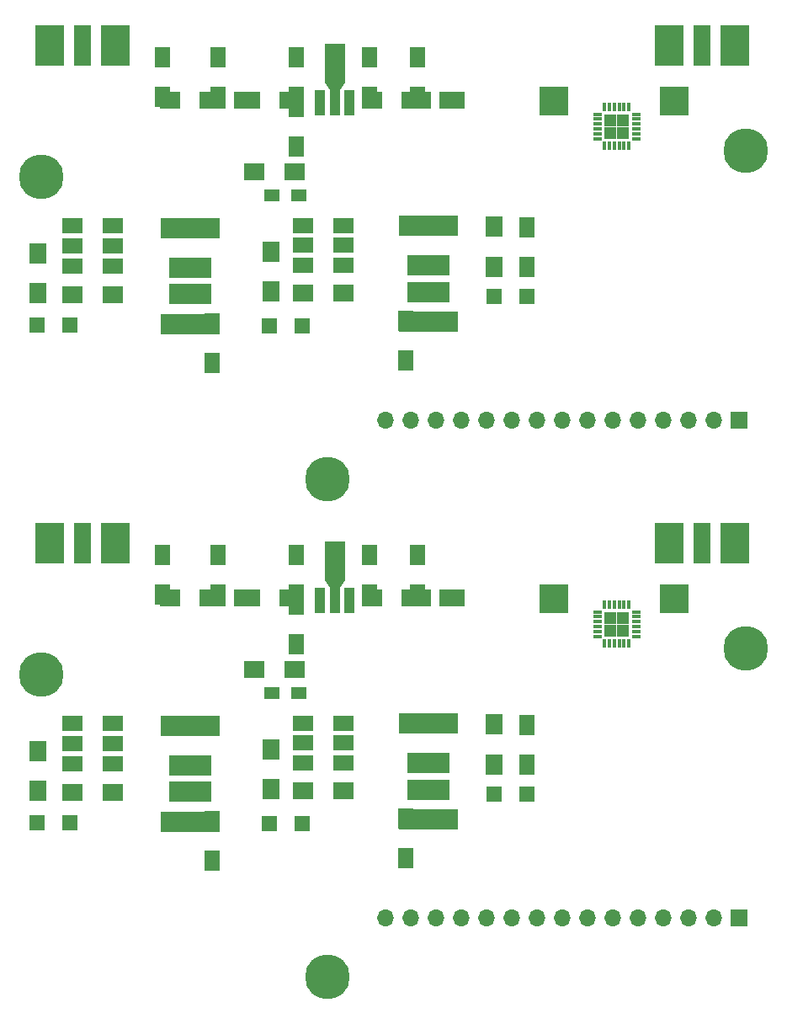
<source format=gts>
%TF.GenerationSoftware,KiCad,Pcbnew,4.0.5*%
%TF.CreationDate,2018-01-19T21:54:27-07:00*%
%TF.ProjectId,Amplifier and Attenuator Module,416D706C696669657220616E64204174,6*%
%TF.FileFunction,Soldermask,Top*%
%FSLAX46Y46*%
G04 Gerber Fmt 4.6, Leading zero omitted, Abs format (unit mm)*
G04 Created by KiCad (PCBNEW 4.0.5) date 01/19/18 21:54:27*
%MOMM*%
%LPD*%
G01*
G04 APERTURE LIST*
%ADD10C,0.100000*%
%ADD11R,2.000000X1.600000*%
%ADD12R,1.700000X1.700000*%
%ADD13O,1.700000X1.700000*%
%ADD14R,1.500000X1.300000*%
%ADD15R,2.000000X1.700000*%
%ADD16R,1.600000X2.000000*%
%ADD17R,3.000000X3.000000*%
%ADD18R,2.600000X1.800000*%
%ADD19C,4.500000*%
%ADD20R,1.780000X4.190000*%
%ADD21R,3.000000X4.190000*%
%ADD22R,1.500000X1.500000*%
%ADD23R,1.000000X2.500000*%
%ADD24R,2.000000X4.000000*%
%ADD25R,1.700000X2.000000*%
%ADD26R,0.850000X0.300000*%
%ADD27R,0.300000X0.850000*%
%ADD28R,1.300000X1.300000*%
%ADD29R,6.000000X2.000000*%
%ADD30R,4.200000X2.000000*%
G04 APERTURE END LIST*
D10*
D11*
X104589000Y-155962000D03*
X108589000Y-155962000D03*
X85386460Y-155942740D03*
X81386460Y-155942740D03*
D12*
X148442960Y-175543400D03*
D13*
X145902960Y-175543400D03*
X143362960Y-175543400D03*
X140822960Y-175543400D03*
X138282960Y-175543400D03*
X135742960Y-175543400D03*
X133202960Y-175543400D03*
X130662960Y-175543400D03*
X128122960Y-175543400D03*
X125582960Y-175543400D03*
X123042960Y-175543400D03*
X120502960Y-175543400D03*
X117962960Y-175543400D03*
X115422960Y-175543400D03*
X112882960Y-175543400D03*
D14*
X104140000Y-152908000D03*
X101440000Y-152908000D03*
D15*
X111482400Y-143387000D03*
X115482400Y-143387000D03*
X99187320Y-143400440D03*
X103187320Y-143400440D03*
X99690000Y-150558000D03*
X103690000Y-150558000D03*
X91196480Y-143410600D03*
X95196480Y-143410600D03*
D16*
X116060500Y-143012100D03*
X116060500Y-139012100D03*
X114925120Y-165567800D03*
X114925120Y-169567800D03*
X111272600Y-143024800D03*
X111272600Y-139024800D03*
X103893900Y-143062900D03*
X103893900Y-139062900D03*
X103865000Y-144058000D03*
X103865000Y-148058000D03*
X95995560Y-143020460D03*
X95995560Y-139020460D03*
X95440000Y-165808000D03*
X95440000Y-169808000D03*
X90440000Y-143008000D03*
X90440000Y-139008000D03*
D17*
X129760000Y-143418000D03*
D18*
X119563900Y-143348900D03*
X116163900Y-143348900D03*
X98891900Y-143410600D03*
X95491900Y-143410600D03*
D19*
X107040000Y-181508000D03*
X78215560Y-151085460D03*
X149084500Y-148430800D03*
D20*
X144677000Y-137881000D03*
D21*
X141352000Y-137881000D03*
X148002000Y-137881000D03*
D20*
X82397000Y-137851000D03*
D21*
X79072000Y-137851000D03*
X85722000Y-137851000D03*
D22*
X127107000Y-163091000D03*
X123807000Y-163091000D03*
X104507000Y-166091000D03*
X101207000Y-166091000D03*
X81104460Y-165942740D03*
X77804460Y-165942740D03*
D23*
X106258300Y-143612600D03*
X107758300Y-143612600D03*
X109258300Y-143612600D03*
D24*
X107758300Y-139652600D03*
D10*
G36*
X108758300Y-141627600D02*
X108258300Y-142377600D01*
X107258300Y-142377600D01*
X106758300Y-141627600D01*
X108758300Y-141627600D01*
X108758300Y-141627600D01*
G37*
D25*
X123757000Y-160091000D03*
X123757000Y-156091000D03*
X101357000Y-162591000D03*
X101357000Y-158591000D03*
D15*
X104589000Y-162743800D03*
X108589000Y-162743800D03*
X81386460Y-162927740D03*
X85386460Y-162927740D03*
D25*
X77854460Y-162742740D03*
X77854460Y-158742740D03*
D11*
X104589000Y-160000600D03*
X108589000Y-160000600D03*
X104589000Y-157968600D03*
X108589000Y-157968600D03*
X85386460Y-160006740D03*
X81386460Y-160006740D03*
X85386460Y-157974740D03*
X81386460Y-157974740D03*
D26*
X138055100Y-147267800D03*
X138055100Y-146767800D03*
X138055100Y-146267800D03*
X138055100Y-145767800D03*
X138055100Y-145267800D03*
X138055100Y-144767800D03*
D27*
X137355100Y-144067800D03*
X136855100Y-144067800D03*
X136355100Y-144067800D03*
X135855100Y-144067800D03*
X135355100Y-144067800D03*
X134855100Y-144067800D03*
D26*
X134155100Y-144767800D03*
X134155100Y-145267800D03*
X134155100Y-145767800D03*
X134155100Y-146267800D03*
X134155100Y-146767800D03*
X134155100Y-147267800D03*
D27*
X134855100Y-147967800D03*
X135355100Y-147967800D03*
X135855100Y-147967800D03*
X136355100Y-147967800D03*
X136855100Y-147967800D03*
X137355100Y-147967800D03*
D28*
X135455100Y-145367800D03*
X135455100Y-146667800D03*
X136755100Y-145367800D03*
X136755100Y-146667800D03*
D16*
X127114000Y-160144000D03*
X127114000Y-156144000D03*
D29*
X93257000Y-156206000D03*
X93257000Y-165856000D03*
D30*
X93257000Y-162881000D03*
X93257000Y-160181000D03*
X117166500Y-162636500D03*
X117166500Y-159936500D03*
D29*
X117166500Y-155961500D03*
X117166500Y-165611500D03*
D17*
X141870000Y-143418000D03*
X141870000Y-93380000D03*
D29*
X117166500Y-105923500D03*
X117166500Y-115573500D03*
D30*
X117166500Y-112598500D03*
X117166500Y-109898500D03*
X93257000Y-112843000D03*
X93257000Y-110143000D03*
D29*
X93257000Y-106168000D03*
X93257000Y-115818000D03*
D16*
X127114000Y-110106000D03*
X127114000Y-106106000D03*
D26*
X138055100Y-97229800D03*
X138055100Y-96729800D03*
X138055100Y-96229800D03*
X138055100Y-95729800D03*
X138055100Y-95229800D03*
X138055100Y-94729800D03*
D27*
X137355100Y-94029800D03*
X136855100Y-94029800D03*
X136355100Y-94029800D03*
X135855100Y-94029800D03*
X135355100Y-94029800D03*
X134855100Y-94029800D03*
D26*
X134155100Y-94729800D03*
X134155100Y-95229800D03*
X134155100Y-95729800D03*
X134155100Y-96229800D03*
X134155100Y-96729800D03*
X134155100Y-97229800D03*
D27*
X134855100Y-97929800D03*
X135355100Y-97929800D03*
X135855100Y-97929800D03*
X136355100Y-97929800D03*
X136855100Y-97929800D03*
X137355100Y-97929800D03*
D28*
X135455100Y-95329800D03*
X135455100Y-96629800D03*
X136755100Y-95329800D03*
X136755100Y-96629800D03*
D11*
X85386460Y-107936740D03*
X81386460Y-107936740D03*
X85386460Y-109968740D03*
X81386460Y-109968740D03*
X104589000Y-107930600D03*
X108589000Y-107930600D03*
X104589000Y-109962600D03*
X108589000Y-109962600D03*
D25*
X77854460Y-112704740D03*
X77854460Y-108704740D03*
D15*
X81386460Y-112889740D03*
X85386460Y-112889740D03*
X104589000Y-112705800D03*
X108589000Y-112705800D03*
D25*
X101357000Y-112553000D03*
X101357000Y-108553000D03*
X123757000Y-110053000D03*
X123757000Y-106053000D03*
D23*
X106258300Y-93574600D03*
X107758300Y-93574600D03*
X109258300Y-93574600D03*
D24*
X107758300Y-89614600D03*
D10*
G36*
X108758300Y-91589600D02*
X108258300Y-92339600D01*
X107258300Y-92339600D01*
X106758300Y-91589600D01*
X108758300Y-91589600D01*
X108758300Y-91589600D01*
G37*
D22*
X81104460Y-115904740D03*
X77804460Y-115904740D03*
X104507000Y-116053000D03*
X101207000Y-116053000D03*
X127107000Y-113053000D03*
X123807000Y-113053000D03*
D20*
X82397000Y-87813000D03*
D21*
X79072000Y-87813000D03*
X85722000Y-87813000D03*
D20*
X144677000Y-87843000D03*
D21*
X141352000Y-87843000D03*
X148002000Y-87843000D03*
D19*
X149084500Y-98392800D03*
X78215560Y-101047460D03*
X107040000Y-131470000D03*
D18*
X98891900Y-93372600D03*
X95491900Y-93372600D03*
X119563900Y-93310900D03*
X116163900Y-93310900D03*
D17*
X129760000Y-93380000D03*
D16*
X90440000Y-92970000D03*
X90440000Y-88970000D03*
X95440000Y-115770000D03*
X95440000Y-119770000D03*
X95995560Y-92982460D03*
X95995560Y-88982460D03*
X103865000Y-94020000D03*
X103865000Y-98020000D03*
X103893900Y-93024900D03*
X103893900Y-89024900D03*
X111272600Y-92986800D03*
X111272600Y-88986800D03*
X114925120Y-115529800D03*
X114925120Y-119529800D03*
X116060500Y-92974100D03*
X116060500Y-88974100D03*
D15*
X91196480Y-93372600D03*
X95196480Y-93372600D03*
X99690000Y-100520000D03*
X103690000Y-100520000D03*
X99187320Y-93362440D03*
X103187320Y-93362440D03*
X111482400Y-93349000D03*
X115482400Y-93349000D03*
D14*
X104140000Y-102870000D03*
X101440000Y-102870000D03*
D12*
X148442960Y-125505400D03*
D13*
X145902960Y-125505400D03*
X143362960Y-125505400D03*
X140822960Y-125505400D03*
X138282960Y-125505400D03*
X135742960Y-125505400D03*
X133202960Y-125505400D03*
X130662960Y-125505400D03*
X128122960Y-125505400D03*
X125582960Y-125505400D03*
X123042960Y-125505400D03*
X120502960Y-125505400D03*
X117962960Y-125505400D03*
X115422960Y-125505400D03*
X112882960Y-125505400D03*
D11*
X85386460Y-105904740D03*
X81386460Y-105904740D03*
X104589000Y-105924000D03*
X108589000Y-105924000D03*
M02*

</source>
